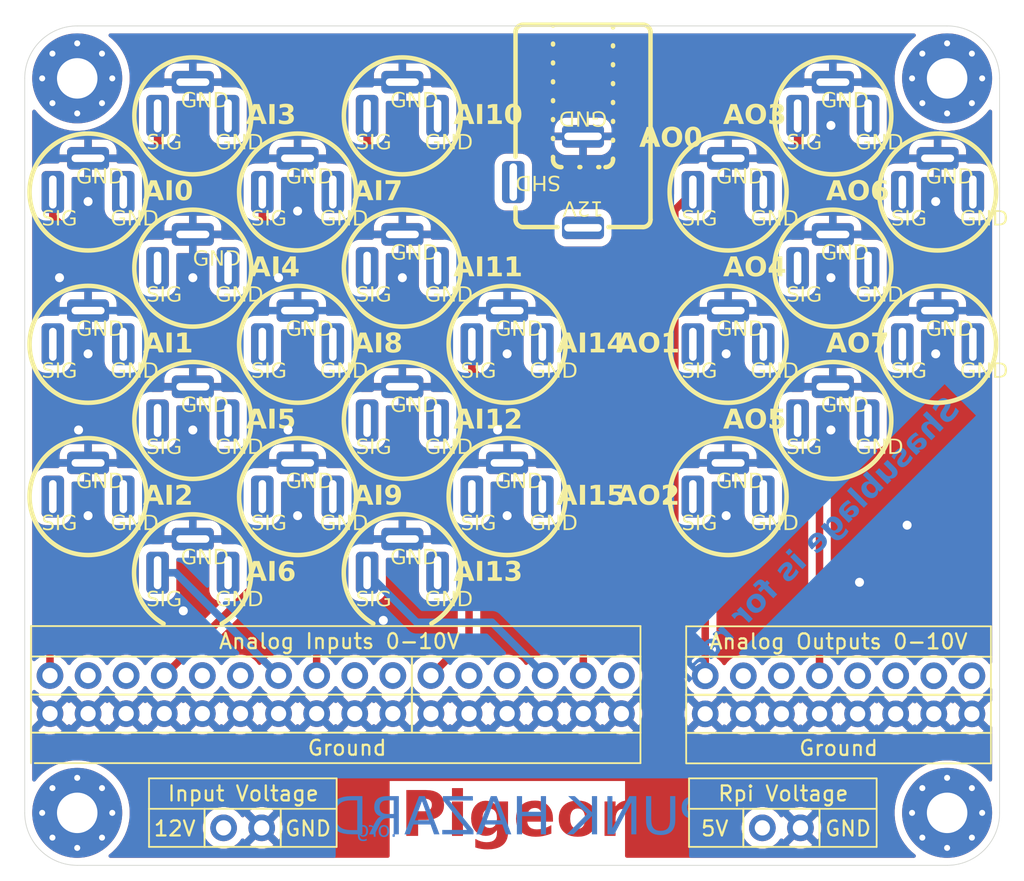
<source format=kicad_pcb>
(kicad_pcb (version 20241229) (generator "pcbnew") (generator_version "9.0")
  (layers (0 "F.Cu" signal) (4 "In1.Cu" signal) (6 "In2.Cu" signal) (2 "B.Cu" signal) (13 "F.Paste" user) (15 "B.Paste" user) (5 "F.SilkS" user "F.Silkscreen") (7 "B.SilkS" user "B.Silkscreen") (1 "F.Mask" user) (3 "B.Mask" user) (25 "Edge.Cuts" user))
  (net 0 "")
  (net 1 "GND")
  (net 38 "+12V")
  (net 39 "+5V")
  (net 40 "/AI14")
  (net 41 "/AI12")
  (net 42 "/AI11")
  (net 43 "/AI10")
  (net 44 "/AI13")
  (net 45 "/AI15")
  (net 46 "/AI6")
  (net 47 "/AI7")
  (net 48 "/AI1")
  (net 49 "/AI2")
  (net 50 "/AI5")
  (net 51 "/AI3")
  (net 52 "/AI8")
  (net 53 "/AI4")
  (net 54 "/AI0")
  (net 55 "/AI9")
  (net 56 "/AO7")
  (net 57 "/AO2")
  (net 58 "/AO6")
  (net 59 "/AO4")
  (net 60 "/AO5")
  (net 61 "/AO1")
  (net 62 "/AO3")
  (net 63 "/AO0")
  (footprint "Modular Shield:1X10-BIG" (layer "F.Cu") (at 33.02 58.928)
    (property "Reference" "JP4" (hide yes))
    (property "Value" "PINHD-1X10")
    (pad "1" thru_hole circle (at -11.43 0 90) (size 1.778 1.778) (drill 1.016) (layers "*.Cu" "*.Mask") (net 54 "/AI0"))
    (pad "2" thru_hole circle (at -8.89 0 90) (size 1.778 1.778) (drill 1.016) (layers "*.Cu" "*.Mask") (net 48 "/AI1"))
    (pad "3" thru_hole circle (at -6.35 0 90) (size 1.778 1.778) (drill 1.016) (layers "*.Cu" "*.Mask") (net 49 "/AI2"))
    (pad "4" thru_hole circle (at -3.81 0 90) (size 1.778 1.778) (drill 1.016) (layers "*.Cu" "*.Mask") (net 51 "/AI3"))
    (pad "5" thru_hole circle (at -1.27 0 90) (size 1.778 1.778) (drill 1.016) (layers "*.Cu" "*.Mask") (net 53 "/AI4"))
    (pad "6" thru_hole circle (at 1.27 0 90) (size 1.778 1.778) (drill 1.016) (layers "*.Cu" "*.Mask") (net 50 "/AI5"))
    (pad "7" thru_hole circle (at 3.81 0 90) (size 1.778 1.778) (drill 1.016) (layers "*.Cu" "*.Mask") (net 46 "/AI6"))
    (pad "8" thru_hole circle (at 6.35 0 90) (size 1.778 1.778) (drill 1.016) (layers "*.Cu" "*.Mask") (net 47 "/AI7"))
    (pad "9" thru_hole circle (at 8.89 0 90) (size 1.778 1.778) (drill 1.016) (layers "*.Cu" "*.Mask") (net 52 "/AI8"))
    (pad "10" thru_hole circle (at 11.43 0 90) (size 1.778 1.778) (drill 1.016) (layers "*.Cu" "*.Mask") (net 55 "/AI9"))
  )
  (footprint "Mid_board:Mini_Jack" (layer "F.Cu") (at 73.787 31.75)
    (property "Reference" "J22" (hide yes))
    (property "Value" "Audio_Jack")
    (fp_text user "GND" (at 1.5 2.4 0) (layer "F.SilkS") (effects (font (thickness 0.1)) (justify left bottom)))
    (fp_text user "SIG" (at -3.1 2.4 0) (layer "F.SilkS") (effects (font (thickness 0.1)) (justify left bottom)))
    (fp_text user "GND" (at -0.8 -0.4 0) (layer "F.SilkS") (effects (font (thickness 0.1)) (justify left bottom)))
    (pad "1" thru_hole roundrect (at 0 -2.25) (size 2.8 1.5) (drill oval 2.2 0.5) (layers "*.Cu" "*.Mask") (roundrect_rratio 0.2) (net 1 "GND"))
    (pad "2" thru_hole roundrect (at 2.35 0 270) (size 2.8 1.5) (drill oval 2.2 0.5) (layers "*.Cu" "*.Mask") (roundrect_rratio 0.2))
    (pad "3" thru_hole roundrect (at -2.35 0 270) (size 2.8 1.5) (drill oval 2.2 0.5) (layers "*.Cu" "*.Mask") (roundrect_rratio 0.2) (net 59 "/AO4"))
  )
  (footprint "Mid_board:Mini_Jack" (layer "F.Cu") (at 73.787 41.91)
    (property "Reference" "J23" (hide yes))
    (property "Value" "Audio_Jack")
    (fp_text user "SIG" (at -3.1 2.4 0) (layer "F.SilkS") (effects (font (thickness 0.1)) (justify left bottom)))
    (fp_text user "GND" (at -0.8 -0.4 0) (layer "F.SilkS") (effects (font (thickness 0.1)) (justify left bottom)))
    (fp_text user "GND" (at 1.5 2.4 0) (layer "F.SilkS") (effects (font (thickness 0.1)) (justify left bottom)))
    (pad "1" thru_hole roundrect (at 0 -2.25) (size 2.8 1.5) (drill oval 2.2 0.5) (layers "*.Cu" "*.Mask") (roundrect_rratio 0.2) (net 1 "GND"))
    (pad "2" thru_hole roundrect (at 2.35 0 270) (size 2.8 1.5) (drill oval 2.2 0.5) (layers "*.Cu" "*.Mask") (roundrect_rratio 0.2))
    (pad "3" thru_hole roundrect (at -2.35 0 270) (size 2.8 1.5) (drill oval 2.2 0.5) (layers "*.Cu" "*.Mask") (roundrect_rratio 0.2) (net 60 "/AO5"))
  )
  (footprint "Modular Shield:MountingHole_2.7mm_M2.5" (layer "F.Cu") (at 23.406 19.088)
    (property "Reference" "H1" (hide yes))
    (property "Value" "MountingHole")
    (pad "1" thru_hole circle (at -2.3368 0 90) (size 1 1) (drill 0.4) (layers "*.Cu" "*.Mask"))
    (pad "1" thru_hole circle (at -1.652367 -1.652367 45) (size 1 1) (drill 0.4) (layers "*.Cu" "*.Mask"))
    (pad "1" thru_hole circle (at -1.652367 1.652367 135) (size 1 1) (drill 0.4) (layers "*.Cu" "*.Mask"))
    (pad "1" thru_hole circle (at 0 -2.3368) (size 1 1) (drill 0.4) (layers "*.Cu" "*.Mask"))
    (pad "1" thru_hole circle (at 0 0 90) (size 6 6) (drill 2.7) (layers "*.Cu" "*.Mask"))
    (pad "1" thru_hole circle (at 0 2.3368 180) (size 1 1) (drill 0.4) (layers "*.Cu" "*.Mask"))
    (pad "1" thru_hole circle (at 1.652367 -1.652367 315) (size 1 1) (drill 0.4) (layers "*.Cu" "*.Mask"))
    (pad "1" thru_hole circle (at 1.652367 1.652367 225) (size 1 1) (drill 0.4) (layers "*.Cu" "*.Mask"))
    (pad "1" thru_hole circle (at 2.3368 0 270) (size 1 1) (drill 0.4) (layers "*.Cu" "*.Mask"))
  )
  (footprint "Modular Shield:MountingHole_2.7mm_M2.5" (layer "F.Cu") (at 23.406 68.088)
    (property "Reference" "H4" (hide yes))
    (property "Value" "MountingHole")
    (pad "1" thru_hole circle (at -2.3368 0 90) (size 1 1) (drill 0.4) (layers "*.Cu" "*.Mask"))
    (pad "1" thru_hole circle (at -1.652367 -1.652367 45) (size 1 1) (drill 0.4) (layers "*.Cu" "*.Mask"))
    (pad "1" thru_hole circle (at -1.652367 1.652367 135) (size 1 1) (drill 0.4) (layers "*.Cu" "*.Mask"))
    (pad "1" thru_hole circle (at 0 -2.3368) (size 1 1) (drill 0.4) (layers "*.Cu" "*.Mask"))
    (pad "1" thru_hole circle (at 0 0 90) (size 6 6) (drill 2.7) (layers "*.Cu" "*.Mask"))
    (pad "1" thru_hole circle (at 0 2.3368 180) (size 1 1) (drill 0.4) (layers "*.Cu" "*.Mask"))
    (pad "1" thru_hole circle (at 1.652367 -1.652367 315) (size 1 1) (drill 0.4) (layers "*.Cu" "*.Mask"))
    (pad "1" thru_hole circle (at 1.652367 1.652367 225) (size 1 1) (drill 0.4) (layers "*.Cu" "*.Mask"))
    (pad "1" thru_hole circle (at 2.3368 0 270) (size 1 1) (drill 0.4) (layers "*.Cu" "*.Mask"))
  )
  (footprint "Mid_board:Mini_Jack" (layer "F.Cu") (at 45.083391 21.588927)
    (property "Reference" "J12" (hide yes))
    (property "Value" "Audio_Jack")
    (fp_text user "GND" (at -0.8 -0.4 0) (layer "F.SilkS") (effects (font (thickness 0.1)) (justify left bottom)))
    (fp_text user "GND" (at 1.5 2.4 0) (layer "F.SilkS") (effects (font (thickness 0.1)) (justify left bottom)))
    (fp_text user "SIG" (at -3.1 2.4 0) (layer "F.SilkS") (effects (font (thickness 0.1)) (justify left bottom)))
    (pad "1" thru_hole roundrect (at 0 -2.25) (size 2.8 1.5) (drill oval 2.2 0.5) (layers "*.Cu" "*.Mask") (roundrect_rratio 0.2) (net 1 "GND"))
    (pad "2" thru_hole roundrect (at 2.35 0 270) (size 2.8 1.5) (drill oval 2.2 0.5) (layers "*.Cu" "*.Mask") (roundrect_rratio 0.2))
    (pad "3" thru_hole roundrect (at -2.35 0 270) (size 2.8 1.5) (drill oval 2.2 0.5) (layers "*.Cu" "*.Mask") (roundrect_rratio 0.2) (net 43 "/AI10"))
  )
  (footprint "Mid_board:Mini_Jack" (layer "F.Cu") (at 24.128391 36.828927)
    (property "Reference" "J3" (hide yes))
    (property "Value" "Audio_Jack")
    (fp_text user "GND" (at -0.8 -0.4 0) (layer "F.SilkS") (effects (font (thickness 0.1)) (justify left bottom)))
    (fp_text user "SIG" (at -3.1 2.4 0) (layer "F.SilkS") (effects (font (thickness 0.1)) (justify left bottom)))
    (fp_text user "GND" (at 1.5 2.4 0) (layer "F.SilkS") (effects (font (thickness 0.1)) (justify left bottom)))
    (pad "1" thru_hole roundrect (at 0 -2.25) (size 2.8 1.5) (drill oval 2.2 0.5) (layers "*.Cu" "*.Mask") (roundrect_rratio 0.2) (net 1 "GND"))
    (pad "2" thru_hole roundrect (at 2.35 0 270) (size 2.8 1.5) (drill oval 2.2 0.5) (layers "*.Cu" "*.Mask") (roundrect_rratio 0.2))
    (pad "3" thru_hole roundrect (at -2.35 0 270) (size 2.8 1.5) (drill oval 2.2 0.5) (layers "*.Cu" "*.Mask") (roundrect_rratio 0.2) (net 48 "/AI1"))
  )
  (footprint "Mid_board:Mini_Jack" (layer "F.Cu") (at 66.802 46.99)
    (property "Reference" "J20" (hide yes))
    (property "Value" "Audio_Jack")
    (fp_text user "GND" (at -0.8 -0.4 0) (layer "F.SilkS") (effects (font (thickness 0.1)) (justify left bottom)))
    (fp_text user "SIG" (at -3.1 2.4 0) (layer "F.SilkS") (effects (font (thickness 0.1)) (justify left bottom)))
    (fp_text user "GND" (at 1.5 2.4 0) (layer "F.SilkS") (effects (font (thickness 0.1)) (justify left bottom)))
    (pad "1" thru_hole roundrect (at 0 -2.25) (size 2.8 1.5) (drill oval 2.2 0.5) (layers "*.Cu" "*.Mask") (roundrect_rratio 0.2) (net 1 "GND"))
    (pad "2" thru_hole roundrect (at 2.35 0 270) (size 2.8 1.5) (drill oval 2.2 0.5) (layers "*.Cu" "*.Mask") (roundrect_rratio 0.2))
    (pad "3" thru_hole roundrect (at -2.35 0 270) (size 2.8 1.5) (drill oval 2.2 0.5) (layers "*.Cu" "*.Mask") (roundrect_rratio 0.2) (net 57 "/AO2"))
  )
  (footprint "Mid_board:Mini_Jack" (layer "F.Cu") (at 24.128391 26.668927)
    (property "Reference" "J2" (hide yes))
    (property "Value" "Audio_Jack")
    (fp_text user "GND" (at -0.8 -0.4 0) (layer "F.SilkS") (effects (font (thickness 0.1)) (justify left bottom)))
    (fp_text user "SIG" (at -3.1 2.4 0) (layer "F.SilkS") (effects (font (thickness 0.1)) (justify left bottom)))
    (fp_text user "GND" (at 1.5 2.4 0) (layer "F.SilkS") (effects (font (thickness 0.1)) (justify left bottom)))
    (pad "1" thru_hole roundrect (at 0 -2.25) (size 2.8 1.5) (drill oval 2.2 0.5) (layers "*.Cu" "*.Mask") (roundrect_rratio 0.2) (net 1 "GND"))
    (pad "2" thru_hole roundrect (at 2.35 0 270) (size 2.8 1.5) (drill oval 2.2 0.5) (layers "*.Cu" "*.Mask") (roundrect_rratio 0.2))
    (pad "3" thru_hole roundrect (at -2.35 0 270) (size 2.8 1.5) (drill oval 2.2 0.5) (layers "*.Cu" "*.Mask") (roundrect_rratio 0.2) (net 54 "/AI0"))
  )
  (footprint "Mid_board:Mini_Jack" (layer "F.Cu") (at 31.113391 31.748927)
    (property "Reference" "J6" (hide yes))
    (property "Value" "Audio_Jack")
    (fp_text user "GND" (at 0 0 0) (layer "F.SilkS") (effects (font (thickness 0.1)) (justify left bottom)))
    (fp_text user "GND" (at 1.5 2.4 0) (layer "F.SilkS") (effects (font (thickness 0.1)) (justify left bottom)))
    (fp_text user "SIG" (at -3.1 2.4 0) (layer "F.SilkS") (effects (font (thickness 0.1)) (justify left bottom)))
    (pad "1" thru_hole roundrect (at 0 -2.25) (size 2.8 1.5) (drill oval 2.2 0.5) (layers "*.Cu" "*.Mask") (roundrect_rratio 0.2) (net 1 "GND"))
    (pad "2" thru_hole roundrect (at 2.35 0 270) (size 2.8 1.5) (drill oval 2.2 0.5) (layers "*.Cu" "*.Mask") (roundrect_rratio 0.2))
    (pad "3" thru_hole roundrect (at -2.35 0 270) (size 2.8 1.5) (drill oval 2.2 0.5) (layers "*.Cu" "*.Mask") (roundrect_rratio 0.2) (net 53 "/AI4"))
  )
  (footprint "Mid_board:Mini_Jack" (layer "F.Cu") (at 52.068391 46.988927)
    (property "Reference" "J17" (hide yes))
    (property "Value" "Audio_Jack")
    (fp_text user "GND" (at 1.5 2.4 0) (layer "F.SilkS") (effects (font (thickness 0.1)) (justify left bottom)))
    (fp_text user "SIG" (at -3.1 2.4 0) (layer "F.SilkS") (effects (font (thickness 0.1)) (justify left bottom)))
    (fp_text user "GND" (at -0.8 -0.4 0) (layer "F.SilkS") (effects (font (thickness 0.1)) (justify left bottom)))
    (pad "1" thru_hole roundrect (at 0 -2.25) (size 2.8 1.5) (drill oval 2.2 0.5) (layers "*.Cu" "*.Mask") (roundrect_rratio 0.2) (net 1 "GND"))
    (pad "2" thru_hole roundrect (at 2.35 0 270) (size 2.8 1.5) (drill oval 2.2 0.5) (layers "*.Cu" "*.Mask") (roundrect_rratio 0.2))
    (pad "3" thru_hole roundrect (at -2.35 0 270) (size 2.8 1.5) (drill oval 2.2 0.5) (layers "*.Cu" "*.Mask") (roundrect_rratio 0.2) (net 45 "/AI15"))
  )
  (footprint "Mid_board:Mini_Jack" (layer "F.Cu") (at 31.113391 41.908927)
    (property "Reference" "J7" (hide yes))
    (property "Value" "Audio_Jack")
    (fp_text user "SIG" (at -3.1 2.4 0) (layer "F.SilkS") (effects (font (thickness 0.1)) (justify left bottom)))
    (fp_text user "GND" (at 1.5 2.4 0) (layer "F.SilkS") (effects (font (thickness 0.1)) (justify left bottom)))
    (fp_text user "GND" (at -0.8 -0.4 0) (layer "F.SilkS") (effects (font (thickness 0.1)) (justify left bottom)))
    (pad "1" thru_hole roundrect (at 0 -2.25) (size 2.8 1.5) (drill oval 2.2 0.5) (layers "*.Cu" "*.Mask") (roundrect_rratio 0.2) (net 1 "GND"))
    (pad "2" thru_hole roundrect (at 2.35 0 270) (size 2.8 1.5) (drill oval 2.2 0.5) (layers "*.Cu" "*.Mask") (roundrect_rratio 0.2))
    (pad "3" thru_hole roundrect (at -2.35 0 270) (size 2.8 1.5) (drill oval 2.2 0.5) (layers "*.Cu" "*.Mask") (roundrect_rratio 0.2) (net 50 "/AI5"))
  )
  (footprint "Modular Shield:Pigeons_gobble_up" (layer "F.Cu") (at 36.955391 31.494927)
    (property "Reference" "REF**" (hide yes))
    (property "Value" "Pigeons_gobble_up" (hide yes))
  )
  (footprint "Mid_board:Mini_Jack" (layer "F.Cu") (at 66.802 36.83)
    (property "Reference" "J19" (hide yes))
    (property "Value" "Audio_Jack")
    (fp_text user "GND" (at 1.5 2.4 0) (layer "F.SilkS") (effects (font (thickness 0.1)) (justify left bottom)))
    (fp_text user "GND" (at -0.8 -0.4 0) (layer "F.SilkS") (effects (font (thickness 0.1)) (justify left bottom)))
    (fp_text user "SIG" (at -3.1 2.4 0) (layer "F.SilkS") (effects (font (thickness 0.1)) (justify left bottom)))
    (pad "1" thru_hole roundrect (at 0 -2.25) (size 2.8 1.5) (drill oval 2.2 0.5) (layers "*.Cu" "*.Mask") (roundrect_rratio 0.2) (net 1 "GND"))
    (pad "2" thru_hole roundrect (at 2.35 0 270) (size 2.8 1.5) (drill oval 2.2 0.5) (layers "*.Cu" "*.Mask") (roundrect_rratio 0.2))
    (pad "3" thru_hole roundrect (at -2.35 0 270) (size 2.8 1.5) (drill oval 2.2 0.5) (layers "*.Cu" "*.Mask") (roundrect_rratio 0.2) (net 61 "/AO1"))
  )
  (footprint "Mid_board:Mini_Jack" (layer "F.Cu") (at 24.128391 46.988927)
    (property "Reference" "J4" (hide yes))
    (property "Value" "Audio_Jack")
    (fp_text user "SIG" (at -3.1 2.4 0) (layer "F.SilkS") (effects (font (thickness 0.1)) (justify left bottom)))
    (fp_text user "GND" (at -0.8 -0.4 0) (layer "F.SilkS") (effects (font (thickness 0.1)) (justify left bottom)))
    (fp_text user "GND" (at 1.5 2.4 0) (layer "F.SilkS") (effects (font (thickness 0.1)) (justify left bottom)))
    (pad "1" thru_hole roundrect (at 0 -2.25) (size 2.8 1.5) (drill oval 2.2 0.5) (layers "*.Cu" "*.Mask") (roundrect_rratio 0.2) (net 1 "GND"))
    (pad "2" thru_hole roundrect (at 2.35 0 270) (size 2.8 1.5) (drill oval 2.2 0.5) (layers "*.Cu" "*.Mask") (roundrect_rratio 0.2))
    (pad "3" thru_hole roundrect (at -2.35 0 270) (size 2.8 1.5) (drill oval 2.2 0.5) (layers "*.Cu" "*.Mask") (roundrect_rratio 0.2) (net 49 "/AI2"))
  )
  (footprint "Modular Shield:1X08-BIG" (layer "F.Cu") (at 74.168 58.944)
    (property "Reference" "JP7" (hide yes))
    (property "Value" "PINHD-1X8")
    (pad "1" thru_hole circle (at -8.89 0 90) (size 1.778 1.778) (drill 1.016) (layers "*.Cu" "*.Mask") (net 63 "/AO0"))
    (pad "2" thru_hole circle (at -6.35 0 90) (size 1.778 1.778) (drill 1.016) (layers "*.Cu" "*.Mask") (net 61 "/AO1"))
    (pad "3" thru_hole circle (at -3.81 0 90) (size 1.778 1.778) (drill 1.016) (layers "*.Cu" "*.Mask") (net 57 "/AO2"))
    (pad "4" thru_hole circle (at -1.27 0 90) (size 1.778 1.778) (drill 1.016) (layers "*.Cu" "*.Mask") (net 62 "/AO3"))
    (pad "5" thru_hole circle (at 1.27 0 90) (size 1.778 1.778) (drill 1.016) (layers "*.Cu" "*.Mask") (net 59 "/AO4"))
    (pad "6" thru_hole circle (at 3.81 0 90) (size 1.778 1.778) (drill 1.016) (layers "*.Cu" "*.Mask") (net 60 "/AO5"))
    (pad "7" thru_hole circle (at 6.35 0 90) (size 1.778 1.778) (drill 1.016) (layers "*.Cu" "*.Mask") (net 58 "/AO6"))
    (pad "8" thru_hole circle (at 8.89 0 90) (size 1.778 1.778) (drill 1.016) (layers "*.Cu" "*.Mask") (net 56 "/AO7"))
  )
  (footprint "Modular Shield:Pigeons_text" (layer "F.Cu") (at 51.562 68.834)
    (property "Reference" "REF**" (hide yes))
    (property "Value" "Pigeons_text")
    (fp_text user "Pigeons" (at -6.6 1.3 0) (layer "F.Cu") (effects (font (size 3 3) (thickness 0.3) (bold yes)) (justify left bottom)))
  )
  (footprint "Mid_board:Mini_Jack" (layer "F.Cu") (at 38.098391 46.988927)
    (property "Reference" "J11" (hide yes))
    (property "Value" "Audio_Jack")
    (fp_text user "SIG" (at -3.1 2.4 0) (layer "F.SilkS") (effects (font (thickness 0.1)) (justify left bottom)))
    (fp_text user "GND" (at -0.8 -0.4 0) (layer "F.SilkS") (effects (font (thickness 0.1)) (justify left bottom)))
    (fp_text user "GND" (at 1.5 2.4 0) (layer "F.SilkS") (effects (font (thickness 0.1)) (justify left bottom)))
    (pad "1" thru_hole roundrect (at 0 -2.25) (size 2.8 1.5) (drill oval 2.2 0.5) (layers "*.Cu" "*.Mask") (roundrect_rratio 0.2) (net 1 "GND"))
    (pad "2" thru_hole roundrect (at 2.35 0 270) (size 2.8 1.5) (drill oval 2.2 0.5) (layers "*.Cu" "*.Mask") (roundrect_rratio 0.2))
    (pad "3" thru_hole roundrect (at -2.35 0 270) (size 2.8 1.5) (drill oval 2.2 0.5) (layers "*.Cu" "*.Mask") (roundrect_rratio 0.2) (net 55 "/AI9"))
  )
  (footprint "Modular Shield:1X02-BIG" (layer "F.Cu") (at 34.4355 69.088)
    (property "Reference" "JP9" (hide yes))
    (property "Value" "PINHD-1X2")
    (pad "1" thru_hole circle (at -1.27 0 90) (size 1.778 1.778) (drill 1.016) (layers "*.Cu" "*.Mask") (net 38 "+12V"))
    (pad "2" thru_hole circle (at 1.27 0 90) (size 1.778 1.778) (drill 1.016) (layers "*.Cu" "*.Mask") (net 1 "GND"))
  )
  (footprint "Modular Shield:MountingHole_2.7mm_M2.5" (layer "F.Cu") (at 81.406 68.088)
    (property "Reference" "H2" (hide yes))
    (property "Value" "MountingHole")
    (pad "1" thru_hole circle (at -2.3368 0 90) (size 1 1) (drill 0.4) (layers "*.Cu" "*.Mask"))
    (pad "1" thru_hole circle (at -1.652367 -1.652367 45) (size 1 1) (drill 0.4) (layers "*.Cu" "*.Mask"))
    (pad "1" thru_hole circle (at -1.652367 1.652367 135) (size 1 1) (drill 0.4) (layers "*.Cu" "*.Mask"))
    (pad "1" thru_hole circle (at 0 -2.3368) (size 1 1) (drill 0.4) (layers "*.Cu" "*.Mask"))
    (pad "1" thru_hole circle (at 0 0 90) (size 6 6) (drill 2.7) (layers "*.Cu" "*.Mask"))
    (pad "1" thru_hole circle (at 0 2.3368 180) (size 1 1) (drill 0.4) (layers "*.Cu" "*.Mask"))
    (pad "1" thru_hole circle (at 1.652367 -1.652367 315) (size 1 1) (drill 0.4) (layers "*.Cu" "*.Mask"))
    (pad "1" thru_hole circle (at 1.652367 1.652367 225) (size 1 1) (drill 0.4) (layers "*.Cu" "*.Mask"))
    (pad "1" thru_hole circle (at 2.3368 0 270) (size 1 1) (drill 0.4) (layers "*.Cu" "*.Mask"))
  )
  (footprint "Mid_board:Mini_Jack" (layer "F.Cu") (at 45.083391 41.908927)
    (property "Reference" "J14" (hide yes))
    (property "Value" "Audio_Jack")
    (fp_text user "GND" (at 1.5 2.4 0) (layer "F.SilkS") (effects (font (thickness 0.1)) (justify left bottom)))
    (fp_text user "SIG" (at -3.1 2.4 0) (layer "F.SilkS") (effects (font (thickness 0.1)) (justify left bottom)))
    (fp_text user "GND" (at -0.8 -0.4 0) (layer "F.SilkS") (effects (font (thickness 0.1)) (justify left bottom)))
    (pad "1" thru_hole roundrect (at 0 -2.25) (size 2.8 1.5) (drill oval 2.2 0.5) (layers "*.Cu" "*.Mask") (roundrect_rratio 0.2) (net 1 "GND"))
    (pad "2" thru_hole roundrect (at 2.35 0 270) (size 2.8 1.5) (drill oval 2.2 0.5) (layers "*.Cu" "*.Mask") (roundrect_rratio 0.2))
    (pad "3" thru_hole roundrect (at -2.35 0 270) (size 2.8 1.5) (drill oval 2.2 0.5) (layers "*.Cu" "*.Mask") (roundrect_rratio 0.2) (net 41 "/AI12"))
  )
  (footprint "Modular Shield:1X10-BIG" (layer "F.Cu") (at 33.02 61.468)
    (property "Reference" "JP6" (hide yes))
    (property "Value" "PINHD-1X10")
    (pad "1" thru_hole circle (at -11.43 0 90) (size 1.778 1.778) (drill 1.016) (layers "*.Cu" "*.Mask") (net 1 "GND"))
    (pad "2" thru_hole circle (at -8.89 0 90) (size 1.778 1.778) (drill 1.016) (layers "*.Cu" "*.Mask") (net 1 "GND"))
    (pad "3" thru_hole circle (at -6.35 0 90) (size 1.778 1.778) (drill 1.016) (layers "*.Cu" "*.Mask") (net 1 "GND"))
    (pad "4" thru_hole circle (at -3.81 0 90) (size 1.778 1.778) (drill 1.016) (layers "*.Cu" "*.Mask") (net 1 "GND"))
    (pad "5" thru_hole circle (at -1.27 0 90) (size 1.778 1.778) (drill 1.016) (layers "*.Cu" "*.Mask") (net 1 "GND"))
    (pad "6" thru_hole circle (at 1.27 0 90) (size 1.778 1.778) (drill 1.016) (layers "*.Cu" "*.Mask") (net 1 "GND"))
    (pad "7" thru_hole circle (at 3.81 0 90) (size 1.778 1.778) (drill 1.016) (layers "*.Cu" "*.Mask") (net 1 "GND"))
    (pad "8" thru_hole circle (at 6.35 0 90) (size 1.778 1.778) (drill 1.016) (layers "*.Cu" "*.Mask") (net 1 "GND"))
    (pad "9" thru_hole circle (at 8.89 0 90) (size 1.778 1.778) (drill 1.016) (layers "*.Cu" "*.Mask") (net 1 "GND"))
    (pad "10" thru_hole circle (at 11.43 0 90) (size 1.778 1.778) (drill 1.016) (layers "*.Cu" "*.Mask") (net 1 "GND"))
  )
  (footprint "Mid_board:Mini_Jack" (layer "F.Cu") (at 45.083391 31.748927)
    (property "Reference" "J13" (hide yes))
    (property "Value" "Audio_Jack")
    (fp_text user "SIG" (at -3.1 2.4 0) (layer "F.SilkS") (effects (font (thickness 0.1)) (justify left bottom)))
    (fp_text user "GND" (at 1.5 2.4 0) (layer "F.SilkS") (effects (font (thickness 0.1)) (justify left bottom)))
    (fp_text user "GND" (at -0.8 -0.4 0) (layer "F.SilkS") (effects (font (thickness 0.1)) (justify left bottom)))
    (pad "1" thru_hole roundrect (at 0 -2.25) (size 2.8 1.5) (drill oval 2.2 0.5) (layers "*.Cu" "*.Mask") (roundrect_rratio 0.2) (net 1 "GND"))
    (pad "2" thru_hole roundrect (at 2.35 0 270) (size 2.8 1.5) (drill oval 2.2 0.5) (layers "*.Cu" "*.Mask") (roundrect_rratio 0.2))
    (pad "3" thru_hole roundrect (at -2.35 0 270) (size 2.8 1.5) (drill oval 2.2 0.5) (layers "*.Cu" "*.Mask") (roundrect_rratio 0.2) (net 42 "/AI11"))
  )
  (footprint "Modular Shield:1X08-BIG" (layer "F.Cu") (at 74.168 61.484)
    (property "Reference" "JP8" (hide yes))
    (property "Value" "PINHD-1X8")
    (pad "1" thru_hole circle (at -8.89 0 90) (size 1.778 1.778) (drill 1.016) (layers "*.Cu" "*.Mask") (net 1 "GND"))
    (pad "2" thru_hole circle (at -6.35 0 90) (size 1.778 1.778) (drill 1.016) (layers "*.Cu" "*.Mask") (net 1 "GND"))
    (pad "3" thru_hole circle (at -3.81 0 90) (size 1.778 1.778) (drill 1.016) (layers "*.Cu" "*.Mask") (net 1 "GND"))
    (pad "4" thru_hole circle (at -1.27 0 90) (size 1.778 1.778) (drill 1.016) (layers "*.Cu" "*.Mask") (net 1 "GND"))
    (pad "5" thru_hole circle (at 1.27 0 90) (size 1.778 1.778) (drill 1.016) (layers "*.Cu" "*.Mask") (net 1 "GND"))
    (pad "6" thru_hole circle (at 3.81 0 90) (size 1.778 1.778) (drill 1.016) (layers "*.Cu" "*.Mask") (net 1 "GND"))
    (pad "7" thru_hole circle (at 6.35 0 90) (size 1.778 1.778) (drill 1.016) (layers "*.Cu" "*.Mask") (net 1 "GND"))
    (pad "8" thru_hole circle (at 8.89 0 90) (size 1.778 1.778) (drill 1.016) (layers "*.Cu" "*.Mask") (net 1 "GND"))
  )
  (footprint "Mid_board:Mini_Jack" (layer "F.Cu") (at 66.802 26.67)
    (property "Reference" "J18" (hide yes))
    (property "Value" "Audio_Jack")
    (fp_text user "GND" (at -0.8 -0.4 0) (layer "F.SilkS") (effects (font (thickness 0.1)) (justify left bottom)))
    (fp_text user "GND" (at 1.5 2.4 0) (layer "F.SilkS") (effects (font (thickness 0.1)) (justify left bottom)))
    (fp_text user "SIG" (at -3.1 2.4 0) (layer "F.SilkS") (effects (font (thickness 0.1)) (justify left bottom)))
    (pad "1" thru_hole roundrect (at 0 -2.25) (size 2.8 1.5) (drill oval 2.2 0.5) (layers "*.Cu" "*.Mask") (roundrect_rratio 0.2) (net 1 "GND"))
    (pad "2" thru_hole roundrect (at 2.35 0 270) (size 2.8 1.5) (drill oval 2.2 0.5) (layers "*.Cu" "*.Mask") (roundrect_rratio 0.2))
    (pad "3" thru_hole roundrect (at -2.35 0 270) (size 2.8 1.5) (drill oval 2.2 0.5) (layers "*.Cu" "*.Mask") (roundrect_rratio 0.2) (net 63 "/AO0"))
  )
  (footprint "Mid_board:Mini_Jack" (layer "F.Cu") (at 38.098391 36.828927)
    (property "Reference" "J10" (hide yes))
    (property "Value" "Audio_Jack")
    (fp_text user "GND" (at -0.8 -0.4 0) (layer "F.SilkS") (effects (font (thickness 0.1)) (justify left bottom)))
    (fp_text user "GND" (at 1.5 2.4 0) (layer "F.SilkS") (effects (font (thickness 0.1)) (justify left bottom)))
    (fp_text user "SIG" (at -3.1 2.4 0) (layer "F.SilkS") (effects (font (thickness 0.1)) (justify left bottom)))
    (pad "1" thru_hole roundrect (at 0 -2.25) (size 2.8 1.5) (drill oval 2.2 0.5) (layers "*.Cu" "*.Mask") (roundrect_rratio 0.2) (net 1 "GND"))
    (pad "2" thru_hole roundrect (at 2.35 0 270) (size 2.8 1.5) (drill oval 2.2 0.5) (layers "*.Cu" "*.Mask") (roundrect_rratio 0.2))
    (pad "3" thru_hole roundrect (at -2.35 0 270) (size 2.8 1.5) (drill oval 2.2 0.5) (layers "*.Cu" "*.Mask") (roundrect_rratio 0.2) (net 52 "/AI8"))
  )
  (footprint "Mid_board:Mini_Jack" (layer "F.Cu") (at 52.068391 36.828927)
    (property "Reference" "J16" (hide yes))
    (property "Value" "Audio_Jack")
    (fp_text user "GND" (at 1.5 2.4 0) (layer "F.SilkS") (effects (font (thickness 0.1)) (justify left bottom)))
    (fp_text user "SIG" (at -3.1 2.4 0) (layer "F.SilkS") (effects (font (thickness 0.1)) (justify left bottom)))
    (fp_text user "GND" (at -0.8 -0.4 0) (layer "F.SilkS") (effects (font (thickness 0.1)) (justify left bottom)))
    (pad "1" thru_hole roundrect (at 0 -2.25) (size 2.8 1.5) (drill oval 2.2 0.5) (layers "*.Cu" "*.Mask") (roundrect_rratio 0.2) (net 1 "GND"))
    (pad "2" thru_hole roundrect (at 2.35 0 270) (size 2.8 1.5) (drill oval 2.2 0.5) (layers "*.Cu" "*.Mask") (roundrect_rratio 0.2))
    (pad "3" thru_hole roundrect (at -2.35 0 270) (size 2.8 1.5) (drill oval 2.2 0.5) (layers "*.Cu" "*.Mask") (roundrect_rratio 0.2) (net 40 "/AI14"))
  )
  (footprint "Modular Shield:MountingHole_2.7mm_M2.5" (layer "F.Cu") (at 81.406 19.088)
    (property "Reference" "H3" (hide yes))
    (property "Value" "MountingHole")
    (pad "1" thru_hole circle (at -2.3368 0 90) (size 1 1) (drill 0.4) (layers "*.Cu" "*.Mask"))
    (pad "1" thru_hole circle (at -1.652367 -1.652367 45) (size 1 1) (drill 0.4) (layers "*.Cu" "*.Mask"))
    (pad "1" thru_hole circle (at -1.652367 1.652367 135) (size 1 1) (drill 0.4) (layers "*.Cu" "*.Mask"))
    (pad "1" thru_hole circle (at 0 -2.3368) (size 1 1) (drill 0.4) (layers "*.Cu" "*.Mask"))
    (pad "1" thru_hole circle (at 0 0 90) (size 6 6) (drill 2.7) (layers "*.Cu" "*.Mask"))
    (pad "1" thru_hole circle (at 0 2.3368 180) (size 1 1) (drill 0.4) (layers "*.Cu" "*.Mask"))
    (pad "1" thru_hole circle (at 1.652367 -1.652367 315) (size 1 1) (drill 0.4) (layers "*.Cu" "*.Mask"))
    (pad "1" thru_hole circle (at 1.652367 1.652367 225) (size 1 1) (drill 0.4) (layers "*.Cu" "*.Mask"))
    (pad "1" thru_hole circle (at 2.3368 0 270) (size 1 1) (drill 0.4) (layers "*.Cu" "*.Mask"))
  )
  (footprint "Mid_board:Mini_Jack" (layer "F.Cu") (at 31.113391 21.588927)
    (property "Reference" "J5" (hide yes))
    (property "Value" "Audio_Jack")
    (fp_text user "SIG" (at -3.1 2.4 0) (layer "F.SilkS") (effects (font (thickness 0.1)) (justify left bottom)))
    (fp_text user "GND" (at -0.8 -0.4 0) (layer "F.SilkS") (effects (font (thickness 0.1)) (justify left bottom)))
    (fp_text user "GND" (at 1.5 2.4 0) (layer "F.SilkS") (effects (font (thickness 0.1)) (justify left bottom)))
    (pad "1" thru_hole roundrect (at 0 -2.25) (size 2.8 1.5) (drill oval 2.2 0.5) (layers "*.Cu" "*.Mask") (roundrect_rratio 0.2) (net 1 "GND"))
    (pad "2" thru_hole roundrect (at 2.35 0 270) (size 2.8 1.5) (drill oval 2.2 0.5) (layers "*.Cu" "*.Mask") (roundrect_rratio 0.2))
    (pad "3" thru_hole roundrect (at -2.35 0 270) (size 2.8 1.5) (drill oval 2.2 0.5) (layers "*.Cu" "*.Mask") (roundrect_rratio 0.2) (net 51 "/AI3"))
  )
  (footprint "Mid_board:Mini_Jack" (layer "F.Cu") (at 45.083391 52.068927)
    (property "Reference" "J15" (hide yes))
    (property "Value" "Audio_Jack")
    (fp_text user "GND" (at -0.8 -0.4 0) (layer "F.SilkS") (effects (font (thickness 0.1)) (justify left bottom)))
    (fp_text user "GND" (at 1.5 2.4 0) (layer "F.SilkS") (effects (font (thickness 0.1)) (justify left bottom)))
    (fp_text user "SIG" (at -3.1 2.4 0) (layer "F.SilkS") (effects (font (thickness 0.1)) (justify left bottom)))
    (pad "1" thru_hole roundrect (at 0 -2.25) (size 2.8 1.5) (drill oval 2.2 0.5) (layers "*.Cu" "*.Mask") (roundrect_rratio 0.2) (net 1 "GND"))
    (pad "2" thru_hole roundrect (at 2.35 0 270) (size 2.8 1.5) (drill oval 2.2 0.5) (layers "*.Cu" "*.Mask") (roundrect_rratio 0.2))
    (pad "3" thru_hole roundrect (at -2.35 0 270) (size 2.8 1.5) (drill oval 2.2 0.5) (layers "*.Cu" "*.Mask") (roundrect_rratio 0.2) (net 44 "/AI13"))
  )
  (footprint "Modular Shield:1X06-BIG" (layer "F.Cu") (at 53.34 58.928)
    (property "Reference" "JP1" (hide yes))
    (property "Value" "PINHD-1X6")
    (pad "1" thru_hole circle (at -6.35 0 90) (size 1.778 1.778) (drill 1.016) (layers "*.Cu" "*.Mask") (net 43 "/AI10"))
    (pad "2" thru_hole circle (at -3.81 0 90) (size 1.778 1.778) (drill 1.016) (layers "*.Cu" "*.Mask") (net 42 "/AI11"))
    (pad "3" thru_hole circle (at -1.27 0 90) (size 1.778 1.778) (drill 1.016) (layers "*.Cu" "*.Mask") (net 41 "/AI12"))
    (pad "4" thru_hole circle (at 1.27 0 90) (size 1.778 1.778) (drill 1.016) (layers "*.Cu" "*.Mask") (net 44 "/AI13"))
    (pad "5" thru_hole circle (at 3.81 0 90) (size 1.778 1.778) (drill 1.016) (layers "*.Cu" "*.Mask") (net 40 "/AI14"))
    (pad "6" thru_hole circle (at 6.35 0 90) (size 1.778 1.778) (drill 1.016) (layers "*.Cu" "*.Mask") (net 45 "/AI15"))
  )
  (footprint "Mid_board:Mini_Jack" (layer "F.Cu") (at 38.098391 26.668927)
    (property "Reference" "J9" (hide yes))
    (property "Value" "Audio_Jack")
    (fp_text user "SIG" (at -3.1 2.4 0) (layer "F.SilkS") (effects (font (thickness 0.1)) (justify left bottom)))
    (fp_text user "GND" (at 1.5 2.4 0) (layer "F.SilkS") (effects (font (thickness 0.1)) (justify left bottom)))
    (fp_text user "GND" (at -0.8 -0.4 0) (layer "F.SilkS") (effects (font (thickness 0.1)) (justify left bottom)))
    (pad "1" thru_hole roundrect (at 0 -2.25) (size 2.8 1.5) (drill oval 2.2 0.5) (layers "*.Cu" "*.Mask") (roundrect_rratio 0.2) (net 1 "GND"))
    (pad "2" thru_hole roundrect (at 2.35 0 270) (size 2.8 1.5) (drill oval 2.2 0.5) (layers "*.Cu" "*.Mask") (roundrect_rratio 0.2))
    (pad "3" thru_hole roundrect (at -2.35 0 270) (size 2.8 1.5) (drill oval 2.2 0.5) (layers "*.Cu" "*.Mask") (roundrect_rratio 0.2) (net 47 "/AI7"))
  )
  (footprint "Modular Shield:1X02-BIG" (layer "F.Cu") (at 70.358 69.088)
    (property "Reference" "JP10" (hide yes))
    (property "Value" "PINHD-1X2")
    (pad "1" thru_hole circle (at -1.27 0 90) (size 1.778 1.778) (drill 1.016) (layers "*.Cu" "*.Mask") (net 39 "+5V"))
    (pad "2" thru_hole circle (at 1.27 0 90) (size 1.778 1.778) (drill 1.016) (layers "*.Cu" "*.Mask") (net 1 "GND"))
  )
  (footprint "Mid_board:Mini_Jack" (layer "F.Cu") (at 80.772 36.83)
    (property "Reference" "J25" (hide yes))
    (property "Value" "Audio_Jack")
    (fp_text user "GND" (at 1.5 2.4 0) (layer "F.SilkS") (effects (font (thickness 0.1)) (justify left bottom)))
    (fp_text user "SIG" (at -3.1 2.4 0) (layer "F.SilkS") (effects (font (thickness 0.1)) (justify left bottom)))
    (fp_text user "GND" (at -0.8 -0.4 0) (layer "F.SilkS") (effects (font (thickness 0.1)) (justify left bottom)))
    (pad "1" thru_hole roundrect (at 0 -2.25) (size 2.8 1.5) (drill oval 2.2 0.5) (layers "*.Cu" "*.Mask") (roundrect_rratio 0.2) (net 1 "GND"))
    (pad "2" thru_hole roundrect (at 2.35 0 270) (size 2.8 1.5) (drill oval 2.2 0.5) (layers "*.Cu" "*.Mask") (roundrect_rratio 0.2))
    (pad "3" thru_hole roundrect (at -2.35 0 270) (size 2.8 1.5) (drill oval 2.2 0.5) (layers "*.Cu" "*.Mask") (roundrect_rratio 0.2) (net 56 "/AO7"))
  )
  (footprint "Modular Shield:1X06-BIG" (layer "F.Cu") (at 53.34 61.468)
    (property "Reference" "JP3" (hide yes))
    (property "Value" "PINHD-1X6")
    (pad "1" thru_hole circle (at -6.35 0 90) (size 1.778 1.778) (drill 1.016) (layers "*.Cu" "*.Mask") (net 1 "GND"))
    (pad "2" thru_hole circle (at -3.81 0 90) (size 1.778 1.778) (drill 1.016) (layers "*.Cu" "*.Mask") (net 1 "GND"))
    (pad "3" thru_hole circle (at -1.27 0 90) (size 1.778 1.778) (drill 1.016) (layers "*.Cu" "*.Mask") (net 1 "GND"))
    (pad "4" thru_hole circle (at 1.27 0 90) (size 1.778 1.778) (drill 1.016) (layers "*.Cu" "*.Mask") (net 1 "GND"))
    (pad "5" thru_hole circle (at 3.81 0 90) (size 1.778 1.778) (drill 1.016) (layers "*.Cu" "*.Mask") (net 1 "GND"))
    (pad "6" thru_hole circle (at 6.35 0 90) (size 1.778 1.778) (drill 1.016) (layers "*.Cu" "*.Mask") (net 1 "GND"))
  )
  (footprint "Mid_board:Mini_Jack" (layer "F.Cu") (at 31.113391 52.068927)
    (property "Reference" "J8" (hide yes))
    (property "Value" "Audio_Jack")
    (fp_text user "SIG" (at -3.1 2.4 0) (layer "F.SilkS") (effects (font (thickness 0.1)) (justify left bottom)))
    (fp_text user "GND" (at -0.8 -0.4 0) (layer "F.SilkS") (effects (font (thickness 0.1)) (justify left bottom)))
    (fp_text user "GND" (at 1.5 2.4 0) (layer "F.SilkS") (effects (font (thickness 0.1)) (justify left bottom)))
    (pad "1" thru_hole roundrect (at 0 -2.25) (size 2.8 1.5) (drill oval 2.2 0.5) (layers "*.Cu" "*.Mask") (roundrect_rratio 0.2) (net 1 "GND"))
    (pad "2" thru_hole roundrect (at 2.35 0 270) (size 2.8 1.5) (drill oval 2.2 0.5) (layers "*.Cu" "*.Mask") (roundrect_rratio 0.2))
    (pad "3" thru_hole roundrect (at -2.35 0 270) (size 2.8 1.5) (drill oval 2.2 0.5) (layers "*.Cu" "*.Mask") (roundrect_rratio 0.2) (net 46 "/AI6"))
  )
  (footprint "Mid_board:Mini_Jack" (layer "F.Cu") (at 73.787 21.59)
    (property "Reference" "J21" (hide yes))
    (property "Value" "Audio_Jack")
    (fp_text user "SIG" (at -3.1 2.4 0) (layer "F.SilkS") (effects (font (thickness 0.1)) (justify left bottom)))
    (fp_text user "GND" (at 1.5 2.4 0) (layer "F.SilkS") (effects (font (thickness 0.1)) (justify left bottom)))
    (fp_text user "GND" (at -0.8 -0.4 0) (layer "F.SilkS") (effects (font (thickness 0.1)) (justify left bottom)))
    (pad "1" thru_hole roundrect (at 0 -2.25) (size 2.8 1.5) (drill oval 2.2 0.5) (layers "*.Cu" "*.Mask") (roundrect_rratio 0.2) (net 1 "GND"))
    (pad "2" thru_hole roundrect (at 2.35 0 270) (size 2.8 1.5) (drill oval 2.2 0.5) (layers "*.Cu" "*.Mask") (roundrect_rratio 0.2))
    (pad "3" thru_hole roundrect (at -2.35 0 270) (size 2.8 1.5) (drill oval 2.2 0.5) (layers "*.Cu" "*.Mask") (roundrect_rratio 0.2) (net 62 "/AO3"))
  )
  (footprint "Mid_board:Mini_Jack" (layer "F.Cu") (at 80.772 26.67)
    (property "Reference" "J24" (hide yes))
    (property "Value" "Audio_Jack")
    (fp_text user "GND" (at 1.5 2.4 0) (layer "F.SilkS") (effects (font (thickness 0.1)) (justify left bottom)))
    (fp_text user "SIG" (at -3.1 2.4 0) (layer "F.SilkS") (effects (font (thickness 0.1)) (justify left bottom)))
    (fp_text user "GND" (at -0.8 -0.4 0) (layer "F.SilkS") (effects (font (thickness 0.1)) (justify left bottom)))
    (pad "1" thru_hole roundrect (at 0 -2.25) (size 2.8 1.5) (drill oval 2.2 0.5) (layers "*.Cu" "*.Mask") (roundrect_rratio 0.2) (net 1 "GND"))
    (pad "2" thru_hole roundrect (at 2.35 0 270) (size 2.8 1.5) (drill oval 2.2 0.5) (layers "*.Cu" "*.Mask") (roundrect_rratio 0.2))
    (pad "3" thru_hole roundrect (at -2.35 0 270) (size 2.8 1.5) (drill oval 2.2 0.5) (layers "*.Cu" "*.Mask") (roundrect_rratio 0.2) (net 58 "/AO6"))
  )
  (footprint "Mid_board:DC_Jack_2.1" (layer "F.Cu") (at 57.130254 26.007718 180)
    (property "Reference" "J1" (hide yes))
    (property "Value" "Barrel_Jack_Switch")
    (fp_text user "SHD" (at 3 0 180) (layer "F.SilkS") (effects (font (thickness 0.1))))
    (fp_text user "12V" (at 0 -1.700001 180) (layer "F.SilkS") (effects (font (thickness 0.1))))
    (fp_text user "GND" (at 0 4.3 180) (layer "F.SilkS") (effects (font (thickness 0.1))))
    (pad "1" thru_hole roundrect (at 0 3.05 180) (size 2.8 1.5) (drill oval 2.5 0.5) (layers "*.Cu" "*.Mask") (roundrect_rratio 0.2) (net 1 "GND"))
    (pad "2" thru_hole roundrect (at 0 -3.05 180) (size 2.8 1.5) (drill oval 2.5 0.5) (layers "*.Cu" "*.Mask") (roundrect_rratio 0.2) (net 38 "+12V"))
    (pad "3" thru_hole roundrect (at 4.65 0 270) (size 2.8 1.5) (drill oval 2.5 0.5) (layers "*.Cu" "*.Mask") (roundrect_rratio 0.2))
  )
  (footprint "Modular Shield:PunkHazard.org" (layer "B.Cu") (at 52.766398 70.295115 180)
    (property "Reference" "REF**" (hide yes))
    (property "Value" "PunkHazard.org")
    (fp_text user "PUNK HAZARD" (at -0.117457 1.812838 0) (layer "B.Cu") (effects (font (size 2.5 2.5) (thickness 0.1)) (justify mirror)))
    (fp_text user ".org" (at 9.407543 1.025438 0) (layer "B.Cu") (effects (font (thickness 0.1)) (justify mirror)))
  )
  (gr_line (start 84.328 55.642) (end 64.008 55.642) (stroke (width 0.12)) (layer "F.SilkS"))
  (gr_line (start 40.7035 67.818) (end 40.7035 65.786) (stroke (width 0.12)) (layer "F.SilkS"))
  (gr_line (start 76.708 65.786) (end 64.1985 65.786) (stroke (width 0.12)) (layer "F.SilkS"))
  (gr_line (start 20.32 64.77) (end 20.32 62.738) (stroke (width 0.12)) (layer "F.SilkS"))
  (gr_line (start 40.7035 65.786) (end 28.194 65.786) (stroke (width 0.12)) (layer "F.SilkS"))
  (gr_line (start 72.898 67.818) (end 76.708 67.818) (stroke (width 0.12)) (layer "F.SilkS"))
  (gr_line (start 84.328 57.674) (end 84.328 55.642) (stroke (width 0.12)) (layer "F.SilkS"))
  (gr_line (start 76.708 67.818) (end 76.708 70.358) (stroke (width 0.12)) (layer "F.SilkS"))
  (gr_line (start 20.32 55.626) (end 20.32 57.658) (stroke (width 0.12)) (layer "F.SilkS"))
  (gr_line (start 28.194 67.818) (end 31.877 67.818) (stroke (width 0.12)) (layer "F.SilkS"))
  (gr_line (start 64.008 64.786) (end 84.328 64.786) (stroke (width 0.12)) (layer "F.SilkS"))
  (gr_line (start 28.194 67.818) (end 28.194 70.358) (stroke (width 0.12)) (layer "F.SilkS"))
  (gr_line (start 60.96 55.626) (end 20.32 55.626) (stroke (width 0.12)) (layer "F.SilkS"))
  (gr_line (start 28.194 70.358) (end 31.877 70.358) (stroke (width 0.12)) (layer "F.SilkS"))
  (gr_line (start 72.898 70.358) (end 76.708 70.358) (stroke (width 0.12)) (layer "F.SilkS"))
  (gr_line (start 64.1985 67.818) (end 64.1985 70.358) (stroke (width 0.12)) (layer "F.SilkS"))
  (gr_line (start 60.96 64.77) (end 20.574 64.77) (stroke (width 0.12)) (layer "F.SilkS"))
  (gr_line (start 60.96 62.738) (end 60.96 64.77) (stroke (width 0.12)) (layer "F.SilkS"))
  (gr_line (start 40.7035 67.818) (end 40.7035 70.358) (stroke (width 0.12)) (layer "F.SilkS"))
  (gr_line (start 28.194 67.818) (end 28.194 65.786) (stroke (width 0.12)) (layer "F.SilkS"))
  (gr_line (start 64.1985 67.818) (end 64.1985 65.786) (stroke (width 0.12)) (layer "F.SilkS"))
  (gr_line (start 60.96 57.658) (end 60.96 55.626) (stroke (width 0.12)) (layer "F.SilkS"))
  (gr_line (start 64.008 55.642) (end 64.008 57.674) (stroke (width 0.12)) (layer "F.SilkS"))
  (gr_line (start 64.008 62.738) (end 64.008 64.77) (stroke (width 0.12)) (layer "F.SilkS"))
  (gr_line (start 84.328 64.786) (end 84.328 62.754) (stroke (width 0.12)) (layer "F.SilkS"))
  (gr_line (start 37.0205 70.358) (end 40.7035 70.358) (stroke (width 0.12)) (layer "F.SilkS"))
  (gr_line (start 64.1985 70.358) (end 67.818 70.358) (stroke (width 0.12)) (layer "F.SilkS"))
  (gr_line (start 64.23025 67.818) (end 67.84975 67.818) (stroke (width 0.12)) (layer "F.SilkS"))
  (gr_line (start 76.708 67.818) (end 76.708 65.786) (stroke (width 0.12)) (layer "F.SilkS"))
  (gr_line (start 37.0205 67.818) (end 40.7035 67.818) (stroke (width 0.12)) (layer "F.SilkS"))
  (gr_arc (start 81.406 15.588) (mid 83.880874 16.613126) (end 84.906 19.088) (stroke (width 0.05)) (layer "Edge.Cuts"))
  (gr_line (start 84.906 19.088) (end 84.906 68.088) (stroke (width 0.05)) (layer "Edge.Cuts"))
  (gr_line (start 23.406 15.588) (end 81.406 15.588) (stroke (width 0.05)) (layer "Edge.Cuts"))
  (gr_arc (start 23.406 71.588) (mid 20.931126 70.562874) (end 19.906 68.088) (stroke (width 0.05)) (layer "Edge.Cuts"))
  (gr_line (start 19.906 68.088) (end 19.906 19.088) (stroke (width 0.05)) (layer "Edge.Cuts"))
  (gr_line (start 81.406 71.588) (end 23.406 71.588) (stroke (width 0.05)) (layer "Edge.Cuts"))
  (gr_arc (start 84.906 68.088) (mid 83.880874 70.562874) (end 81.406 71.588) (stroke (width 0.05)) (layer "Edge.Cuts"))
  (gr_arc (start 19.906 19.088) (mid 20.931126 16.613126) (end 23.406 15.588) (stroke (width 0.05)) (layer "Edge.Cuts"))
  (gr_text "Shasublage is for real" (at 82.55 41.402 45) (layer "B.Cu") (effects (font (size 1.5 1.5) (thickness 0.2) (bold yes)) (justify left bottom mirror)))
  (gr_text "5V" (at 65.913 69.723 0) (layer "F.SilkS") (effects (font (size 1 1)) (justify bottom)))
  (gr_text "Analog Outputs 0-10V" (at 74.168 56.658 0) (layer "F.SilkS") (effects (font (size 1 1))))
  (gr_text "12V" (at 29.9085 69.723 0) (layer "F.SilkS") (effects (font (size 1 1)) (justify bottom)))
  (gr_text "Rpi Voltage" (at 70.485 66.802 0) (layer "F.SilkS") (effects (font (size 1 1))))
  (gr_text "Input Voltage" (at 34.4805 66.802 0) (layer "F.SilkS") (effects (font (size 1 1))))
  (gr_text "AI14" (at 57.658 36.83 0) (layer "F.SilkS") (effects (font (size 1.3 1.3) (thickness 0.3) (bold yes))))
  (gr_text "AI8" (at 43.434 36.83 0) (layer "F.SilkS") (effects (font (size 1.3 1.3) (thickness 0.3) (bold yes))))
  (gr_text "AI9" (at 43.434 46.99 0) (layer "F.SilkS") (effects (font (size 1.3 1.3) (thickness 0.3) (bold yes))))
  (gr_text "AI1" (at 29.464 36.83 0) (layer "F.SilkS") (effects (font (size 1.3 1.3) (thickness 0.3) (bold yes))))
  (gr_text "GND" (at 38.7985 69.723 0) (layer "F.SilkS") (effects (font (size 1 1)) (justify bottom)))
  (gr_text "AI7" (at 43.434 26.67 0) (layer "F.SilkS") (effects (font (size 1.3 1.3) (thickness 0.3) (bold yes))))
  (gr_text "GND" (at 74.803 69.723 0) (layer "F.SilkS") (effects (font (size 1 1)) (justify bottom)))
  (gr_text "AI5" (at 36.322 41.91 0) (layer "F.SilkS") (effects (font (size 1.3 1.3) (thickness 0.3) (bold yes))))
  (gr_text "AI3" (at 36.322 21.59 0) (layer "F.SilkS") (effects (font (size 1.3 1.3) (thickness 0.3) (bold yes))))
  (gr_text "AI2" (at 29.464 46.99 0) (layer "F.SilkS") (effects (font (size 1.3 1.3) (thickness 0.3) (bold yes))))
  (gr_text "AI4" (at 36.576 31.75 0) (layer "F.SilkS") (effects (font (size 1.3 1.3) (thickness 0.3) (bold yes))))
  (gr_text "AI10" (at 50.8 21.59 0) (layer "F.SilkS") (effects (font (size 1.3 1.3) (thickness 0.3) (bold yes))))
  (gr_text "AI12" (at 50.8 41.91 0) (layer "F.SilkS") (effects (font (size 1.3 1.3) (thickness 0.3) (bold yes))))
  (gr_text "AO1" (at 61.468 36.83 0) (layer "F.SilkS") (effects (font (size 1.3 1.3) (thickness 0.3) (bold yes))))
  (gr_text "AO0" (at 62.992 23.114 0) (layer "F.SilkS") (effects (font (size 1.3 1.3) (thickness 0.3) (bold yes))))
  (gr_text "AI0" (at 29.464 26.67 0) (layer "F.SilkS") (effects (font (size 1.3 1.3) (thickness 0.3) (bold yes))))
  (gr_text "AO7" (at 75.438 36.83 0) (layer "F.SilkS") (effects (font (size 1.3 1.3) (thickness 0.3) (bold yes))))
  (gr_text "AO5" (at 68.58 41.91 0) (layer "F.SilkS") (effects (font (size 1.3 1.3) (thickness 0.3) (bold yes))))
  (gr_text "Ground" (at 74.168 63.77 0) (layer "F.SilkS") (effects (font (size 1 1))))
  (gr_text "AO3" (at 68.58 21.59 0) (layer "F.SilkS") (effects (font (size 1.3 1.3) (thickness 0.3) (bold yes))))
  (gr_text "AI15" (at 57.658 46.99 0) (layer "F.SilkS") (effects (font (size 1.3 1.3) (thickness 0.3) (bold yes))))
  (gr_text "AO4" (at 68.58 31.75 0) (layer "F.SilkS") (effects (font (size 1.3 1.3) (thickness 0.3) (bold yes))))
  (gr_text "AI11" (at 50.8 31.75 0) (layer "F.SilkS") (effects (font (size 1.3 1.3) (thickness 0.3) (bold yes))))
  (gr_text "AO2" (at 61.468 46.99 0) (layer "F.SilkS") (effects (font (size 1.3 1.3) (thickness 0.3) (bold yes))))
  (gr_text "Analog Inputs 0-10V" (at 40.894 56.642 0) (layer "F.SilkS") (effects (font (size 1 1))))
  (gr_text "Ground" (at 41.402 63.754 0) (layer "F.SilkS") (effects (font (size 1 1))))
  (gr_text "AO6" (at 75.438 26.67 0) (layer "F.SilkS") (effects (font (size 1.3 1.3) (thickness 0.3) (bold yes))))
  (gr_text "AI13" (at 50.8 52.07 0) (layer "F.SilkS") (effects (font (size 1.3 1.3) (thickness 0.3) (bold yes))))
  (gr_text "AI6" (at 36.322 52.07 0) (layer "F.SilkS") (effects (font (size 1.3 1.3) (thickness 0.3) (bold yes))))
  (via (at 80.645 37.465) (size 1.2) (drill 0.6) (layers "F.Cu" "B.Cu") (net 1))
  (via (at 52.07 37.465) (size 1.2) (drill 0.6) (layers "F.Cu" "B.Cu") (net 1))
  (via (at 75.565 52.705) (size 1.2) (drill 0.6) (layers "F.Cu" "B.Cu") (net 1))
  (via (at 38.1 27.94) (size 1.2) (drill 0.6) (layers "F.Cu" "B.Cu") (net 1))
  (via (at 45.085 32.385) (size 1.2) (drill 0.6) (layers "F.Cu" "B.Cu") (net 1))
  (via (at 24.13 48.26) (size 1.2) (drill 0.6) (layers "F.Cu" "B.Cu") (net 1))
  (via (at 22.225 32.385) (size 1.2) (drill 0.6) (layers "F.Cu" "B.Cu") (net 1))
  (via (at 31.115 32.385) (size 1.2) (drill 0.6) (layers "F.Cu" "B.Cu") (net 1))
  (via (at 24.13 27.305) (size 1.2) (drill 0.6) (layers "F.Cu" "B.Cu") (net 1))
  (via (at 37.465 42.545) (size 1.2) (drill 0.6) (layers "F.Cu" "B.Cu") (net 1))
  (via (at 52.07 48.26) (size 1.2) (drill 0.6) (layers "F.Cu" "B.Cu") (net 1))
  (via (at 66.675 37.465) (size 1.2) (drill 0.6) (layers "F.Cu" "B.Cu") (net 1))
  (via (at 73.66 32.385) (size 1.2) (drill 0.6) (layers "F.Cu" "B.Cu") (net 1))
  (via (at 30.48 54.61) (size 1.2) (drill 0.6) (layers "F.Cu" "B.Cu") (net 1))
  (via (at 23.495 42.545) (size 1.2) (drill 0.6) (layers "F.Cu" "B.Cu") (net 1))
  (via (at 43.815 55.245) (size 1.2) (drill 0.6) (layers "F.Cu" "B.Cu") (net 1))
  (via (at 73.66 42.545) (size 1.2) (drill 0.6) (layers "F.Cu" "B.Cu") (net 1))
  (via (at 36.83 32.385) (size 1.2) (drill 0.6) (layers "F.Cu" "B.Cu") (net 1))
  (via (at 73.66 22.225) (size 1.2) (drill 0.6) (layers "F.Cu" "B.Cu") (net 1))
  (via (at 38.1 48.26) (size 1.2) (drill 0.6) (layers "F.Cu" "B.Cu") (net 1))
  (via (at 80.645 27.305) (size 1.2) (drill 0.6) (layers "F.Cu" "B.Cu") (net 1))
  (via (at 66.675 48.26) (size 1.2) (drill 0.6) (layers "F.Cu" "B.Cu") (net 1))
  (via (at 78.74 48.895) (size 1.2) (drill 0.6) (layers "F.Cu" "B.Cu") (net 1))
  (via (at 51.435 42.545) (size 1.2) (drill 0.6) (layers "F.Cu" "B.Cu") (net 1))
  (via (at 24.13 37.465) (size 1.2) (drill 0.6) (layers "F.Cu" "B.Cu") (net 1))
  (via (at 31.115 42.545) (size 1.2) (drill 0.6) (layers "F.Cu" "B.Cu") (net 1))
  (segment (start 57.15 45.974) (end 57.15 58.928) (width 0.5) (layer "F.Cu") (net 40))
  (segment (start 49.718391 38.542391) (end 57.15 45.974) (width 0.5) (layer "F.Cu") (net 40))
  (segment (start 49.718391 36.828927) (end 49.718391 38.542391) (width 0.5) (layer "F.Cu") (net 40))
  (segment (start 47.752 48.768) (end 49.53 50.546) (width 0.5) (layer "F.Cu") (net 43))
  (segment (start 49.53 50.546) (end 49.53 56.388) (width 0.5) (layer "F.Cu") (net 43))
  (segment (start 42.733391 21.588927) (end 42.733391 23.429391) (width 0.5) (layer "F.Cu") (net 43))
  (segment (start 42.733391 23.429391) (end 49.53 30.226) (width 0.5) (layer "F.Cu") (net 43))
  (segment (start 49.53 33.274) (end 47.752 35.052) (width 0.5) (layer "F.Cu") (net 43))
  (segment (start 47.752 35.052) (end 47.752 38.608) (width 0.5) (layer "F.Cu") (net 43))
  (segment (start 49.53 30.226) (end 49.53 33.274) (width 0.5) (layer "F.Cu") (net 43))
  (segment (start 47.752 45.212) (end 47.752 48.768) (width 0.5) (layer "F.Cu") (net 43))
  (segment (start 49.53 40.386) (end 49.53 43.434) (width 0.5) (layer "F.Cu") (net 43))
  (segment (start 49.53 43.434) (end 47.752 45.212) (width 0.5) (layer "F.Cu") (net 43))
  (segment (start 49.53 56.388) (end 46.99 58.928) (width 0.5) (layer "F.Cu") (net 43))
  (segment (start 47.752 38.608) (end 49.53 40.386) (width 0.5) (layer "F.Cu") (net 43))
  (segment (start 46.036464 55.372) (end 51.054 55.372) (width 0.5) (layer "B.Cu") (net 44))
  (segment (start 42.733391 52.068927) (end 46.036464 55.372) (width 0.5) (layer "B.Cu") (net 44))
  (segment (start 51.054 55.372) (end 54.61 58.928) (width 0.5) (layer "B.Cu") (net 44))
  (segment (start 28.763391 52.068927) (end 29.970927 52.068927) (width 0.5) (layer "B.Cu") (net 46))
  (segment (start 29.970927 52.068927) (end 36.83 58.928) (width 0.5) (layer "B.Cu") (net 46))
  (segment (start 40.64 43.434) (end 40.64 40.386) (width 0.5) (layer "F.Cu") (net 47))
  (segment (start 35.748391 28.382391) (end 35.748391 26.668927) (width 0.5) (layer "F.Cu") (net 47))
  (segment (start 39.37 51.816) (end 42.418 48.768) (width 0.5) (layer "F.Cu") (net 47))
  (segment (start 42.418 38.608) (end 42.418 35.052) (width 0.5) (layer "F.Cu") (net 47))
  (segment (start 42.418 48.768) (end 42.418 45.212) (width 0.5) (layer "F.Cu") (net 47))
  (segment (start 40.64 40.386) (end 42.418 38.608) (width 0.5) (layer "F.Cu") (net 47))
  (segment (start 42.418 35.052) (end 35.748391 28.382391) (width 0.5) (layer "F.Cu") (net 47))
  (segment (start 39.37 58.928) (end 39.37 51.816) (width 0.5) (layer "F.Cu") (net 47))
  (segment (start 42.418 45.212) (end 40.64 43.434) (width 0.5) (layer "F.Cu") (net 47))
  (segment (start 35.814 40.64) (end 33.782 38.608) (width 0.5) (layer "F.Cu") (net 51))
  (segment (start 33.782 38.608) (end 33.782 35.052) (width 0.5) (layer "F.Cu") (net 51))
  (segment (start 33.782 48.768) (end 33.782 45.212) (width 0.5) (layer "F.Cu") (net 51))
  (segment (start 35.814 43.18) (end 35.814 40.64) (width 0.5) (layer "F.Cu") (net 51))
  (segment (start 35.306 50.292) (end 33.782 48.768) (width 0.5) (layer "F.Cu") (net 51))
  (segment (start 33.782 35.052) (end 35.306 33.528) (width 0.5) (layer "F.Cu") (net 51))
  (segment (start 29.216394 58.928) (end 35.306 52.838394) (width 0.5) (layer "F.Cu") (net 51))
  (segment (start 28.763391 23.429391) (end 28.763391 21.588927) (width 0.5) (layer "F.Cu") (net 51))
  (segment (start 35.306 33.528) (end 35.306 29.972) (width 0.5) (layer "F.Cu") (net 51))
  (segment (start 35.306 52.838394) (end 35.306 50.292) (width 0.5) (layer "F.Cu") (net 51))
  (segment (start 35.306 29.972) (end 28.763391 23.429391) (width 0.5) (layer "F.Cu") (net 51))
  (segment (start 29.21 58.928) (end 29.216394 58.928) (width 0.5) (layer "F.Cu") (net 51))
  (segment (start 33.782 45.212) (end 35.814 43.18) (width 0.5) (layer "F.Cu") (net 51))
  (segment (start 28.448 45.212) (end 28.448 48.768) (width 0.5) (layer "F.Cu") (net 54))
  (segment (start 28.448 48.768) (end 21.59 55.626) (width 0.5) (layer "F.Cu") (net 54))
  (segment (start 26.416 40.64) (end 26.416 43.18) (width 0.5) (layer "F.Cu") (net 54))
  (segment (start 28.448 38.608) (end 26.416 40.64) (width 0.5) (layer "F.Cu") (net 54))
  (segment (start 28.448 34.98423) (end 28.448 38.608) (width 0.5) (layer "F.Cu") (net 54))
  (segment (start 21.778391 26.668927) (end 21.778391 28.314621) (width 0.5) (layer "F.Cu") (net 54))
  (segment (start 26.416 43.18) (end 28.448 45.212) (width 0.5) (layer "F.Cu") (net 54))
  (segment (start 21.59 55.626) (end 21.59 58.928) (width 0.5) (layer "F.Cu") (net 54))
  (segment (start 21.778391 28.314621) (end 28.448 34.98423) (width 0.5) (layer "F.Cu") (net 54))
  (segment (start 69.342 30.226) (end 69.342 33.528) (width 0.5) (layer "F.Cu") (net 62))
  (segment (start 69.342 43.688) (end 72.898 47.244) (width 0.5) (layer "F.Cu") (net 62))
  (segment (start 71.437 21.59) (end 71.437 28.131) (width 0.5) (layer "F.Cu") (net 62))
  (segment (start 71.437 28.131) (end 69.342 30.226) (width 0.5) (layer "F.Cu") (net 62))
  (segment (start 71.12 35.306) (end 71.12 38.608) (width 0.5) (layer "F.Cu") (net 62))
  (segment (start 69.342 33.528) (end 71.12 35.306) (width 0.5) (layer "F.Cu") (net 62))
  (segment (start 69.342 40.386) (end 69.342 43.688) (width 0.5) (layer "F.Cu") (net 62))
  (segment (start 71.12 38.608) (end 69.342 40.386) (width 0.5) (layer "F.Cu") (net 62))
  (segment (start 72.898 47.244) (end 72.898 58.944) (width 0.5) (layer "F.Cu") (net 62))
  (segment (start 63.251 51.821) (end 65.278 53.848) (width 0.5) (layer "F.Cu") (net 63))
  (segment (start 63.251 27.871) (end 63.251 51.821) (width 0.5) (layer "F.Cu") (net 63))
  (segment (start 65.278 53.848) (end 65.278 58.944) (width 0.5) (layer "F.Cu") (net 63))
  (segment (start 64.452 26.67) (end 63.251 27.871) (width 0.5) (layer "F.Cu") (net 63))
  (zone (net 1) (net_name "GND") (layer "F.Cu") (priority 1) (connect_pads (clearance 0.5)) (min_thickness 0.25) (fill yes (thermal_gap 0.5) (thermal_bridge_width 0.5))
    (polygon (pts (xy 85.09 15.24) (xy 19.05 15.24) (xy 19.05 71.755) (xy 85.09 71.755)))
  )
  (zone (net 0) (net_name "") (layer "B.Cu") (connect_pads (clearance 0)) (min_thickness 0.25)
    (keepout (tracks allowed) (vias allowed) (pads allowed) (copperpour not_allowed) (footprints allowed))
    (fill (thermal_gap 0.5) (thermal_bridge_width 0.5))
    (polygon (pts (xy 64.1985 72.39) (xy 64.1985 65.786) (xy 40.64 65.786) (xy 40.64 72.39)))
  )
  (zone (net 1) (net_name "GND") (layer "B.Cu") (priority 3) (connect_pads (clearance 0.5)) (min_thickness 0.25) (fill yes (thermal_gap 0.5) (thermal_bridge_width 0.5))
    (polygon (pts (xy 85.09 71.755) (xy 85.09 15.24) (xy 19.05 15.24) (xy 19.05 71.755)))
  )
)
</source>
